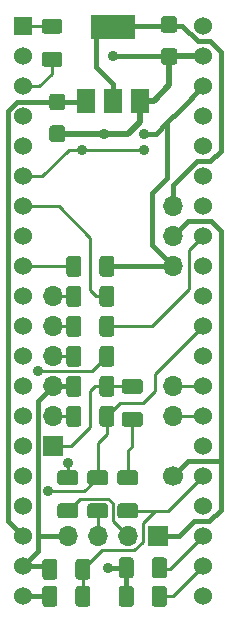
<source format=gbl>
G04 #@! TF.GenerationSoftware,KiCad,Pcbnew,5.1.4*
G04 #@! TF.CreationDate,2019-09-02T18:10:03+03:00*
G04 #@! TF.ProjectId,bluepill_stlink,626c7565-7069-46c6-9c5f-73746c696e6b,rev?*
G04 #@! TF.SameCoordinates,Original*
G04 #@! TF.FileFunction,Copper,L2,Bot*
G04 #@! TF.FilePolarity,Positive*
%FSLAX46Y46*%
G04 Gerber Fmt 4.6, Leading zero omitted, Abs format (unit mm)*
G04 Created by KiCad (PCBNEW 5.1.4) date 2019-09-02 18:10:03*
%MOMM*%
%LPD*%
G04 APERTURE LIST*
%ADD10O,1.700000X1.700000*%
%ADD11C,1.700000*%
%ADD12R,3.800000X2.000000*%
%ADD13R,1.500000X2.000000*%
%ADD14C,0.100000*%
%ADD15C,1.350000*%
%ADD16R,1.700000X1.700000*%
%ADD17C,1.250000*%
%ADD18C,1.524000*%
%ADD19R,1.524000X1.524000*%
%ADD20C,0.900000*%
%ADD21C,0.400000*%
%ADD22C,0.500000*%
%ADD23C,0.250000*%
G04 APERTURE END LIST*
D10*
X38100000Y-45720000D03*
X38100000Y-43180000D03*
X38100000Y-40640000D03*
D11*
X38100000Y-63500000D03*
D12*
X33020000Y-25425000D03*
D13*
X33020000Y-31725000D03*
X30720000Y-31725000D03*
X35320000Y-31725000D03*
D14*
G36*
X38232005Y-27257704D02*
G01*
X38256273Y-27261304D01*
X38280072Y-27267265D01*
X38303171Y-27275530D01*
X38325350Y-27286020D01*
X38346393Y-27298632D01*
X38366099Y-27313247D01*
X38384277Y-27329723D01*
X38400753Y-27347901D01*
X38415368Y-27367607D01*
X38427980Y-27388650D01*
X38438470Y-27410829D01*
X38446735Y-27433928D01*
X38452696Y-27457727D01*
X38456296Y-27481995D01*
X38457500Y-27506499D01*
X38457500Y-28406501D01*
X38456296Y-28431005D01*
X38452696Y-28455273D01*
X38446735Y-28479072D01*
X38438470Y-28502171D01*
X38427980Y-28524350D01*
X38415368Y-28545393D01*
X38400753Y-28565099D01*
X38384277Y-28583277D01*
X38366099Y-28599753D01*
X38346393Y-28614368D01*
X38325350Y-28626980D01*
X38303171Y-28637470D01*
X38280072Y-28645735D01*
X38256273Y-28651696D01*
X38232005Y-28655296D01*
X38207501Y-28656500D01*
X37357499Y-28656500D01*
X37332995Y-28655296D01*
X37308727Y-28651696D01*
X37284928Y-28645735D01*
X37261829Y-28637470D01*
X37239650Y-28626980D01*
X37218607Y-28614368D01*
X37198901Y-28599753D01*
X37180723Y-28583277D01*
X37164247Y-28565099D01*
X37149632Y-28545393D01*
X37137020Y-28524350D01*
X37126530Y-28502171D01*
X37118265Y-28479072D01*
X37112304Y-28455273D01*
X37108704Y-28431005D01*
X37107500Y-28406501D01*
X37107500Y-27506499D01*
X37108704Y-27481995D01*
X37112304Y-27457727D01*
X37118265Y-27433928D01*
X37126530Y-27410829D01*
X37137020Y-27388650D01*
X37149632Y-27367607D01*
X37164247Y-27347901D01*
X37180723Y-27329723D01*
X37198901Y-27313247D01*
X37218607Y-27298632D01*
X37239650Y-27286020D01*
X37261829Y-27275530D01*
X37284928Y-27267265D01*
X37308727Y-27261304D01*
X37332995Y-27257704D01*
X37357499Y-27256500D01*
X38207501Y-27256500D01*
X38232005Y-27257704D01*
X38232005Y-27257704D01*
G37*
D15*
X37782500Y-27956500D03*
D14*
G36*
X38232005Y-24557704D02*
G01*
X38256273Y-24561304D01*
X38280072Y-24567265D01*
X38303171Y-24575530D01*
X38325350Y-24586020D01*
X38346393Y-24598632D01*
X38366099Y-24613247D01*
X38384277Y-24629723D01*
X38400753Y-24647901D01*
X38415368Y-24667607D01*
X38427980Y-24688650D01*
X38438470Y-24710829D01*
X38446735Y-24733928D01*
X38452696Y-24757727D01*
X38456296Y-24781995D01*
X38457500Y-24806499D01*
X38457500Y-25706501D01*
X38456296Y-25731005D01*
X38452696Y-25755273D01*
X38446735Y-25779072D01*
X38438470Y-25802171D01*
X38427980Y-25824350D01*
X38415368Y-25845393D01*
X38400753Y-25865099D01*
X38384277Y-25883277D01*
X38366099Y-25899753D01*
X38346393Y-25914368D01*
X38325350Y-25926980D01*
X38303171Y-25937470D01*
X38280072Y-25945735D01*
X38256273Y-25951696D01*
X38232005Y-25955296D01*
X38207501Y-25956500D01*
X37357499Y-25956500D01*
X37332995Y-25955296D01*
X37308727Y-25951696D01*
X37284928Y-25945735D01*
X37261829Y-25937470D01*
X37239650Y-25926980D01*
X37218607Y-25914368D01*
X37198901Y-25899753D01*
X37180723Y-25883277D01*
X37164247Y-25865099D01*
X37149632Y-25845393D01*
X37137020Y-25824350D01*
X37126530Y-25802171D01*
X37118265Y-25779072D01*
X37112304Y-25755273D01*
X37108704Y-25731005D01*
X37107500Y-25706501D01*
X37107500Y-24806499D01*
X37108704Y-24781995D01*
X37112304Y-24757727D01*
X37118265Y-24733928D01*
X37126530Y-24710829D01*
X37137020Y-24688650D01*
X37149632Y-24667607D01*
X37164247Y-24647901D01*
X37180723Y-24629723D01*
X37198901Y-24613247D01*
X37218607Y-24598632D01*
X37239650Y-24586020D01*
X37261829Y-24575530D01*
X37284928Y-24567265D01*
X37308727Y-24561304D01*
X37332995Y-24557704D01*
X37357499Y-24556500D01*
X38207501Y-24556500D01*
X38232005Y-24557704D01*
X38232005Y-24557704D01*
G37*
D15*
X37782500Y-25256500D03*
D14*
G36*
X28770505Y-33798204D02*
G01*
X28794773Y-33801804D01*
X28818572Y-33807765D01*
X28841671Y-33816030D01*
X28863850Y-33826520D01*
X28884893Y-33839132D01*
X28904599Y-33853747D01*
X28922777Y-33870223D01*
X28939253Y-33888401D01*
X28953868Y-33908107D01*
X28966480Y-33929150D01*
X28976970Y-33951329D01*
X28985235Y-33974428D01*
X28991196Y-33998227D01*
X28994796Y-34022495D01*
X28996000Y-34046999D01*
X28996000Y-34947001D01*
X28994796Y-34971505D01*
X28991196Y-34995773D01*
X28985235Y-35019572D01*
X28976970Y-35042671D01*
X28966480Y-35064850D01*
X28953868Y-35085893D01*
X28939253Y-35105599D01*
X28922777Y-35123777D01*
X28904599Y-35140253D01*
X28884893Y-35154868D01*
X28863850Y-35167480D01*
X28841671Y-35177970D01*
X28818572Y-35186235D01*
X28794773Y-35192196D01*
X28770505Y-35195796D01*
X28746001Y-35197000D01*
X27895999Y-35197000D01*
X27871495Y-35195796D01*
X27847227Y-35192196D01*
X27823428Y-35186235D01*
X27800329Y-35177970D01*
X27778150Y-35167480D01*
X27757107Y-35154868D01*
X27737401Y-35140253D01*
X27719223Y-35123777D01*
X27702747Y-35105599D01*
X27688132Y-35085893D01*
X27675520Y-35064850D01*
X27665030Y-35042671D01*
X27656765Y-35019572D01*
X27650804Y-34995773D01*
X27647204Y-34971505D01*
X27646000Y-34947001D01*
X27646000Y-34046999D01*
X27647204Y-34022495D01*
X27650804Y-33998227D01*
X27656765Y-33974428D01*
X27665030Y-33951329D01*
X27675520Y-33929150D01*
X27688132Y-33908107D01*
X27702747Y-33888401D01*
X27719223Y-33870223D01*
X27737401Y-33853747D01*
X27757107Y-33839132D01*
X27778150Y-33826520D01*
X27800329Y-33816030D01*
X27823428Y-33807765D01*
X27847227Y-33801804D01*
X27871495Y-33798204D01*
X27895999Y-33797000D01*
X28746001Y-33797000D01*
X28770505Y-33798204D01*
X28770505Y-33798204D01*
G37*
D15*
X28321000Y-34497000D03*
D14*
G36*
X28770505Y-31098204D02*
G01*
X28794773Y-31101804D01*
X28818572Y-31107765D01*
X28841671Y-31116030D01*
X28863850Y-31126520D01*
X28884893Y-31139132D01*
X28904599Y-31153747D01*
X28922777Y-31170223D01*
X28939253Y-31188401D01*
X28953868Y-31208107D01*
X28966480Y-31229150D01*
X28976970Y-31251329D01*
X28985235Y-31274428D01*
X28991196Y-31298227D01*
X28994796Y-31322495D01*
X28996000Y-31346999D01*
X28996000Y-32247001D01*
X28994796Y-32271505D01*
X28991196Y-32295773D01*
X28985235Y-32319572D01*
X28976970Y-32342671D01*
X28966480Y-32364850D01*
X28953868Y-32385893D01*
X28939253Y-32405599D01*
X28922777Y-32423777D01*
X28904599Y-32440253D01*
X28884893Y-32454868D01*
X28863850Y-32467480D01*
X28841671Y-32477970D01*
X28818572Y-32486235D01*
X28794773Y-32492196D01*
X28770505Y-32495796D01*
X28746001Y-32497000D01*
X27895999Y-32497000D01*
X27871495Y-32495796D01*
X27847227Y-32492196D01*
X27823428Y-32486235D01*
X27800329Y-32477970D01*
X27778150Y-32467480D01*
X27757107Y-32454868D01*
X27737401Y-32440253D01*
X27719223Y-32423777D01*
X27702747Y-32405599D01*
X27688132Y-32385893D01*
X27675520Y-32364850D01*
X27665030Y-32342671D01*
X27656765Y-32319572D01*
X27650804Y-32295773D01*
X27647204Y-32271505D01*
X27646000Y-32247001D01*
X27646000Y-31346999D01*
X27647204Y-31322495D01*
X27650804Y-31298227D01*
X27656765Y-31274428D01*
X27665030Y-31251329D01*
X27675520Y-31229150D01*
X27688132Y-31208107D01*
X27702747Y-31188401D01*
X27719223Y-31170223D01*
X27737401Y-31153747D01*
X27757107Y-31139132D01*
X27778150Y-31126520D01*
X27800329Y-31116030D01*
X27823428Y-31107765D01*
X27847227Y-31101804D01*
X27871495Y-31098204D01*
X27895999Y-31097000D01*
X28746001Y-31097000D01*
X28770505Y-31098204D01*
X28770505Y-31098204D01*
G37*
D15*
X28321000Y-31797000D03*
D10*
X29210000Y-68580000D03*
X31750000Y-68580000D03*
X34290000Y-68580000D03*
D16*
X36830000Y-68580000D03*
D10*
X27940000Y-48260000D03*
X27940000Y-50800000D03*
X27940000Y-53340000D03*
X27940000Y-55880000D03*
X27940000Y-58420000D03*
D16*
X27940000Y-60960000D03*
D14*
G36*
X34939504Y-65800204D02*
G01*
X34963773Y-65803804D01*
X34987571Y-65809765D01*
X35010671Y-65818030D01*
X35032849Y-65828520D01*
X35053893Y-65841133D01*
X35073598Y-65855747D01*
X35091777Y-65872223D01*
X35108253Y-65890402D01*
X35122867Y-65910107D01*
X35135480Y-65931151D01*
X35145970Y-65953329D01*
X35154235Y-65976429D01*
X35160196Y-66000227D01*
X35163796Y-66024496D01*
X35165000Y-66049000D01*
X35165000Y-66799000D01*
X35163796Y-66823504D01*
X35160196Y-66847773D01*
X35154235Y-66871571D01*
X35145970Y-66894671D01*
X35135480Y-66916849D01*
X35122867Y-66937893D01*
X35108253Y-66957598D01*
X35091777Y-66975777D01*
X35073598Y-66992253D01*
X35053893Y-67006867D01*
X35032849Y-67019480D01*
X35010671Y-67029970D01*
X34987571Y-67038235D01*
X34963773Y-67044196D01*
X34939504Y-67047796D01*
X34915000Y-67049000D01*
X33665000Y-67049000D01*
X33640496Y-67047796D01*
X33616227Y-67044196D01*
X33592429Y-67038235D01*
X33569329Y-67029970D01*
X33547151Y-67019480D01*
X33526107Y-67006867D01*
X33506402Y-66992253D01*
X33488223Y-66975777D01*
X33471747Y-66957598D01*
X33457133Y-66937893D01*
X33444520Y-66916849D01*
X33434030Y-66894671D01*
X33425765Y-66871571D01*
X33419804Y-66847773D01*
X33416204Y-66823504D01*
X33415000Y-66799000D01*
X33415000Y-66049000D01*
X33416204Y-66024496D01*
X33419804Y-66000227D01*
X33425765Y-65976429D01*
X33434030Y-65953329D01*
X33444520Y-65931151D01*
X33457133Y-65910107D01*
X33471747Y-65890402D01*
X33488223Y-65872223D01*
X33506402Y-65855747D01*
X33526107Y-65841133D01*
X33547151Y-65828520D01*
X33569329Y-65818030D01*
X33592429Y-65809765D01*
X33616227Y-65803804D01*
X33640496Y-65800204D01*
X33665000Y-65799000D01*
X34915000Y-65799000D01*
X34939504Y-65800204D01*
X34939504Y-65800204D01*
G37*
D17*
X34290000Y-66424000D03*
D14*
G36*
X34939504Y-63000204D02*
G01*
X34963773Y-63003804D01*
X34987571Y-63009765D01*
X35010671Y-63018030D01*
X35032849Y-63028520D01*
X35053893Y-63041133D01*
X35073598Y-63055747D01*
X35091777Y-63072223D01*
X35108253Y-63090402D01*
X35122867Y-63110107D01*
X35135480Y-63131151D01*
X35145970Y-63153329D01*
X35154235Y-63176429D01*
X35160196Y-63200227D01*
X35163796Y-63224496D01*
X35165000Y-63249000D01*
X35165000Y-63999000D01*
X35163796Y-64023504D01*
X35160196Y-64047773D01*
X35154235Y-64071571D01*
X35145970Y-64094671D01*
X35135480Y-64116849D01*
X35122867Y-64137893D01*
X35108253Y-64157598D01*
X35091777Y-64175777D01*
X35073598Y-64192253D01*
X35053893Y-64206867D01*
X35032849Y-64219480D01*
X35010671Y-64229970D01*
X34987571Y-64238235D01*
X34963773Y-64244196D01*
X34939504Y-64247796D01*
X34915000Y-64249000D01*
X33665000Y-64249000D01*
X33640496Y-64247796D01*
X33616227Y-64244196D01*
X33592429Y-64238235D01*
X33569329Y-64229970D01*
X33547151Y-64219480D01*
X33526107Y-64206867D01*
X33506402Y-64192253D01*
X33488223Y-64175777D01*
X33471747Y-64157598D01*
X33457133Y-64137893D01*
X33444520Y-64116849D01*
X33434030Y-64094671D01*
X33425765Y-64071571D01*
X33419804Y-64047773D01*
X33416204Y-64023504D01*
X33415000Y-63999000D01*
X33415000Y-63249000D01*
X33416204Y-63224496D01*
X33419804Y-63200227D01*
X33425765Y-63176429D01*
X33434030Y-63153329D01*
X33444520Y-63131151D01*
X33457133Y-63110107D01*
X33471747Y-63090402D01*
X33488223Y-63072223D01*
X33506402Y-63055747D01*
X33526107Y-63041133D01*
X33547151Y-63028520D01*
X33569329Y-63018030D01*
X33592429Y-63009765D01*
X33616227Y-63003804D01*
X33640496Y-63000204D01*
X33665000Y-62999000D01*
X34915000Y-62999000D01*
X34939504Y-63000204D01*
X34939504Y-63000204D01*
G37*
D17*
X34290000Y-63624000D03*
D10*
X38100000Y-55880000D03*
X38100000Y-58420000D03*
D14*
G36*
X35320504Y-58053204D02*
G01*
X35344773Y-58056804D01*
X35368571Y-58062765D01*
X35391671Y-58071030D01*
X35413849Y-58081520D01*
X35434893Y-58094133D01*
X35454598Y-58108747D01*
X35472777Y-58125223D01*
X35489253Y-58143402D01*
X35503867Y-58163107D01*
X35516480Y-58184151D01*
X35526970Y-58206329D01*
X35535235Y-58229429D01*
X35541196Y-58253227D01*
X35544796Y-58277496D01*
X35546000Y-58302000D01*
X35546000Y-59052000D01*
X35544796Y-59076504D01*
X35541196Y-59100773D01*
X35535235Y-59124571D01*
X35526970Y-59147671D01*
X35516480Y-59169849D01*
X35503867Y-59190893D01*
X35489253Y-59210598D01*
X35472777Y-59228777D01*
X35454598Y-59245253D01*
X35434893Y-59259867D01*
X35413849Y-59272480D01*
X35391671Y-59282970D01*
X35368571Y-59291235D01*
X35344773Y-59297196D01*
X35320504Y-59300796D01*
X35296000Y-59302000D01*
X34046000Y-59302000D01*
X34021496Y-59300796D01*
X33997227Y-59297196D01*
X33973429Y-59291235D01*
X33950329Y-59282970D01*
X33928151Y-59272480D01*
X33907107Y-59259867D01*
X33887402Y-59245253D01*
X33869223Y-59228777D01*
X33852747Y-59210598D01*
X33838133Y-59190893D01*
X33825520Y-59169849D01*
X33815030Y-59147671D01*
X33806765Y-59124571D01*
X33800804Y-59100773D01*
X33797204Y-59076504D01*
X33796000Y-59052000D01*
X33796000Y-58302000D01*
X33797204Y-58277496D01*
X33800804Y-58253227D01*
X33806765Y-58229429D01*
X33815030Y-58206329D01*
X33825520Y-58184151D01*
X33838133Y-58163107D01*
X33852747Y-58143402D01*
X33869223Y-58125223D01*
X33887402Y-58108747D01*
X33907107Y-58094133D01*
X33928151Y-58081520D01*
X33950329Y-58071030D01*
X33973429Y-58062765D01*
X33997227Y-58056804D01*
X34021496Y-58053204D01*
X34046000Y-58052000D01*
X35296000Y-58052000D01*
X35320504Y-58053204D01*
X35320504Y-58053204D01*
G37*
D17*
X34671000Y-58677000D03*
D14*
G36*
X35320504Y-55253204D02*
G01*
X35344773Y-55256804D01*
X35368571Y-55262765D01*
X35391671Y-55271030D01*
X35413849Y-55281520D01*
X35434893Y-55294133D01*
X35454598Y-55308747D01*
X35472777Y-55325223D01*
X35489253Y-55343402D01*
X35503867Y-55363107D01*
X35516480Y-55384151D01*
X35526970Y-55406329D01*
X35535235Y-55429429D01*
X35541196Y-55453227D01*
X35544796Y-55477496D01*
X35546000Y-55502000D01*
X35546000Y-56252000D01*
X35544796Y-56276504D01*
X35541196Y-56300773D01*
X35535235Y-56324571D01*
X35526970Y-56347671D01*
X35516480Y-56369849D01*
X35503867Y-56390893D01*
X35489253Y-56410598D01*
X35472777Y-56428777D01*
X35454598Y-56445253D01*
X35434893Y-56459867D01*
X35413849Y-56472480D01*
X35391671Y-56482970D01*
X35368571Y-56491235D01*
X35344773Y-56497196D01*
X35320504Y-56500796D01*
X35296000Y-56502000D01*
X34046000Y-56502000D01*
X34021496Y-56500796D01*
X33997227Y-56497196D01*
X33973429Y-56491235D01*
X33950329Y-56482970D01*
X33928151Y-56472480D01*
X33907107Y-56459867D01*
X33887402Y-56445253D01*
X33869223Y-56428777D01*
X33852747Y-56410598D01*
X33838133Y-56390893D01*
X33825520Y-56369849D01*
X33815030Y-56347671D01*
X33806765Y-56324571D01*
X33800804Y-56300773D01*
X33797204Y-56276504D01*
X33796000Y-56252000D01*
X33796000Y-55502000D01*
X33797204Y-55477496D01*
X33800804Y-55453227D01*
X33806765Y-55429429D01*
X33815030Y-55406329D01*
X33825520Y-55384151D01*
X33838133Y-55363107D01*
X33852747Y-55343402D01*
X33869223Y-55325223D01*
X33887402Y-55308747D01*
X33907107Y-55294133D01*
X33928151Y-55281520D01*
X33950329Y-55271030D01*
X33973429Y-55262765D01*
X33997227Y-55256804D01*
X34021496Y-55253204D01*
X34046000Y-55252000D01*
X35296000Y-55252000D01*
X35320504Y-55253204D01*
X35320504Y-55253204D01*
G37*
D17*
X34671000Y-55877000D03*
D18*
X40640000Y-25400000D03*
X40640000Y-27940000D03*
X40640000Y-30480000D03*
X40640000Y-33020000D03*
X40640000Y-35560000D03*
X40640000Y-38100000D03*
X40640000Y-40640000D03*
X40640000Y-43180000D03*
X40640000Y-45720000D03*
X40640000Y-48260000D03*
X40640000Y-50800000D03*
X40640000Y-53340000D03*
X40640000Y-55880000D03*
X40640000Y-58420000D03*
X40640000Y-60960000D03*
X40640000Y-63500000D03*
X40640000Y-66040000D03*
X40640000Y-68580000D03*
X40640000Y-71120000D03*
X40640000Y-73660000D03*
X25400000Y-73660000D03*
X25400000Y-71120000D03*
X25400000Y-68580000D03*
X25400000Y-66040000D03*
X25400000Y-63500000D03*
X25400000Y-60960000D03*
X25400000Y-58420000D03*
X25400000Y-55880000D03*
X25400000Y-53340000D03*
X25400000Y-50800000D03*
X25400000Y-48260000D03*
X25400000Y-45720000D03*
X25400000Y-43180000D03*
X25400000Y-40640000D03*
X25400000Y-38100000D03*
X25400000Y-35560000D03*
X25400000Y-33020000D03*
X25400000Y-30480000D03*
X25400000Y-27940000D03*
D19*
X25400000Y-25400000D03*
D14*
G36*
X32914504Y-44846204D02*
G01*
X32938773Y-44849804D01*
X32962571Y-44855765D01*
X32985671Y-44864030D01*
X33007849Y-44874520D01*
X33028893Y-44887133D01*
X33048598Y-44901747D01*
X33066777Y-44918223D01*
X33083253Y-44936402D01*
X33097867Y-44956107D01*
X33110480Y-44977151D01*
X33120970Y-44999329D01*
X33129235Y-45022429D01*
X33135196Y-45046227D01*
X33138796Y-45070496D01*
X33140000Y-45095000D01*
X33140000Y-46345000D01*
X33138796Y-46369504D01*
X33135196Y-46393773D01*
X33129235Y-46417571D01*
X33120970Y-46440671D01*
X33110480Y-46462849D01*
X33097867Y-46483893D01*
X33083253Y-46503598D01*
X33066777Y-46521777D01*
X33048598Y-46538253D01*
X33028893Y-46552867D01*
X33007849Y-46565480D01*
X32985671Y-46575970D01*
X32962571Y-46584235D01*
X32938773Y-46590196D01*
X32914504Y-46593796D01*
X32890000Y-46595000D01*
X32140000Y-46595000D01*
X32115496Y-46593796D01*
X32091227Y-46590196D01*
X32067429Y-46584235D01*
X32044329Y-46575970D01*
X32022151Y-46565480D01*
X32001107Y-46552867D01*
X31981402Y-46538253D01*
X31963223Y-46521777D01*
X31946747Y-46503598D01*
X31932133Y-46483893D01*
X31919520Y-46462849D01*
X31909030Y-46440671D01*
X31900765Y-46417571D01*
X31894804Y-46393773D01*
X31891204Y-46369504D01*
X31890000Y-46345000D01*
X31890000Y-45095000D01*
X31891204Y-45070496D01*
X31894804Y-45046227D01*
X31900765Y-45022429D01*
X31909030Y-44999329D01*
X31919520Y-44977151D01*
X31932133Y-44956107D01*
X31946747Y-44936402D01*
X31963223Y-44918223D01*
X31981402Y-44901747D01*
X32001107Y-44887133D01*
X32022151Y-44874520D01*
X32044329Y-44864030D01*
X32067429Y-44855765D01*
X32091227Y-44849804D01*
X32115496Y-44846204D01*
X32140000Y-44845000D01*
X32890000Y-44845000D01*
X32914504Y-44846204D01*
X32914504Y-44846204D01*
G37*
D17*
X32515000Y-45720000D03*
D14*
G36*
X30114504Y-44846204D02*
G01*
X30138773Y-44849804D01*
X30162571Y-44855765D01*
X30185671Y-44864030D01*
X30207849Y-44874520D01*
X30228893Y-44887133D01*
X30248598Y-44901747D01*
X30266777Y-44918223D01*
X30283253Y-44936402D01*
X30297867Y-44956107D01*
X30310480Y-44977151D01*
X30320970Y-44999329D01*
X30329235Y-45022429D01*
X30335196Y-45046227D01*
X30338796Y-45070496D01*
X30340000Y-45095000D01*
X30340000Y-46345000D01*
X30338796Y-46369504D01*
X30335196Y-46393773D01*
X30329235Y-46417571D01*
X30320970Y-46440671D01*
X30310480Y-46462849D01*
X30297867Y-46483893D01*
X30283253Y-46503598D01*
X30266777Y-46521777D01*
X30248598Y-46538253D01*
X30228893Y-46552867D01*
X30207849Y-46565480D01*
X30185671Y-46575970D01*
X30162571Y-46584235D01*
X30138773Y-46590196D01*
X30114504Y-46593796D01*
X30090000Y-46595000D01*
X29340000Y-46595000D01*
X29315496Y-46593796D01*
X29291227Y-46590196D01*
X29267429Y-46584235D01*
X29244329Y-46575970D01*
X29222151Y-46565480D01*
X29201107Y-46552867D01*
X29181402Y-46538253D01*
X29163223Y-46521777D01*
X29146747Y-46503598D01*
X29132133Y-46483893D01*
X29119520Y-46462849D01*
X29109030Y-46440671D01*
X29100765Y-46417571D01*
X29094804Y-46393773D01*
X29091204Y-46369504D01*
X29090000Y-46345000D01*
X29090000Y-45095000D01*
X29091204Y-45070496D01*
X29094804Y-45046227D01*
X29100765Y-45022429D01*
X29109030Y-44999329D01*
X29119520Y-44977151D01*
X29132133Y-44956107D01*
X29146747Y-44936402D01*
X29163223Y-44918223D01*
X29181402Y-44901747D01*
X29201107Y-44887133D01*
X29222151Y-44874520D01*
X29244329Y-44864030D01*
X29267429Y-44855765D01*
X29291227Y-44849804D01*
X29315496Y-44846204D01*
X29340000Y-44845000D01*
X30090000Y-44845000D01*
X30114504Y-44846204D01*
X30114504Y-44846204D01*
G37*
D17*
X29715000Y-45720000D03*
D14*
G36*
X28526004Y-24773204D02*
G01*
X28550273Y-24776804D01*
X28574071Y-24782765D01*
X28597171Y-24791030D01*
X28619349Y-24801520D01*
X28640393Y-24814133D01*
X28660098Y-24828747D01*
X28678277Y-24845223D01*
X28694753Y-24863402D01*
X28709367Y-24883107D01*
X28721980Y-24904151D01*
X28732470Y-24926329D01*
X28740735Y-24949429D01*
X28746696Y-24973227D01*
X28750296Y-24997496D01*
X28751500Y-25022000D01*
X28751500Y-25772000D01*
X28750296Y-25796504D01*
X28746696Y-25820773D01*
X28740735Y-25844571D01*
X28732470Y-25867671D01*
X28721980Y-25889849D01*
X28709367Y-25910893D01*
X28694753Y-25930598D01*
X28678277Y-25948777D01*
X28660098Y-25965253D01*
X28640393Y-25979867D01*
X28619349Y-25992480D01*
X28597171Y-26002970D01*
X28574071Y-26011235D01*
X28550273Y-26017196D01*
X28526004Y-26020796D01*
X28501500Y-26022000D01*
X27251500Y-26022000D01*
X27226996Y-26020796D01*
X27202727Y-26017196D01*
X27178929Y-26011235D01*
X27155829Y-26002970D01*
X27133651Y-25992480D01*
X27112607Y-25979867D01*
X27092902Y-25965253D01*
X27074723Y-25948777D01*
X27058247Y-25930598D01*
X27043633Y-25910893D01*
X27031020Y-25889849D01*
X27020530Y-25867671D01*
X27012265Y-25844571D01*
X27006304Y-25820773D01*
X27002704Y-25796504D01*
X27001500Y-25772000D01*
X27001500Y-25022000D01*
X27002704Y-24997496D01*
X27006304Y-24973227D01*
X27012265Y-24949429D01*
X27020530Y-24926329D01*
X27031020Y-24904151D01*
X27043633Y-24883107D01*
X27058247Y-24863402D01*
X27074723Y-24845223D01*
X27092902Y-24828747D01*
X27112607Y-24814133D01*
X27133651Y-24801520D01*
X27155829Y-24791030D01*
X27178929Y-24782765D01*
X27202727Y-24776804D01*
X27226996Y-24773204D01*
X27251500Y-24772000D01*
X28501500Y-24772000D01*
X28526004Y-24773204D01*
X28526004Y-24773204D01*
G37*
D17*
X27876500Y-25397000D03*
D14*
G36*
X28526004Y-27573204D02*
G01*
X28550273Y-27576804D01*
X28574071Y-27582765D01*
X28597171Y-27591030D01*
X28619349Y-27601520D01*
X28640393Y-27614133D01*
X28660098Y-27628747D01*
X28678277Y-27645223D01*
X28694753Y-27663402D01*
X28709367Y-27683107D01*
X28721980Y-27704151D01*
X28732470Y-27726329D01*
X28740735Y-27749429D01*
X28746696Y-27773227D01*
X28750296Y-27797496D01*
X28751500Y-27822000D01*
X28751500Y-28572000D01*
X28750296Y-28596504D01*
X28746696Y-28620773D01*
X28740735Y-28644571D01*
X28732470Y-28667671D01*
X28721980Y-28689849D01*
X28709367Y-28710893D01*
X28694753Y-28730598D01*
X28678277Y-28748777D01*
X28660098Y-28765253D01*
X28640393Y-28779867D01*
X28619349Y-28792480D01*
X28597171Y-28802970D01*
X28574071Y-28811235D01*
X28550273Y-28817196D01*
X28526004Y-28820796D01*
X28501500Y-28822000D01*
X27251500Y-28822000D01*
X27226996Y-28820796D01*
X27202727Y-28817196D01*
X27178929Y-28811235D01*
X27155829Y-28802970D01*
X27133651Y-28792480D01*
X27112607Y-28779867D01*
X27092902Y-28765253D01*
X27074723Y-28748777D01*
X27058247Y-28730598D01*
X27043633Y-28710893D01*
X27031020Y-28689849D01*
X27020530Y-28667671D01*
X27012265Y-28644571D01*
X27006304Y-28620773D01*
X27002704Y-28596504D01*
X27001500Y-28572000D01*
X27001500Y-27822000D01*
X27002704Y-27797496D01*
X27006304Y-27773227D01*
X27012265Y-27749429D01*
X27020530Y-27726329D01*
X27031020Y-27704151D01*
X27043633Y-27683107D01*
X27058247Y-27663402D01*
X27074723Y-27645223D01*
X27092902Y-27628747D01*
X27112607Y-27614133D01*
X27133651Y-27601520D01*
X27155829Y-27591030D01*
X27178929Y-27582765D01*
X27202727Y-27576804D01*
X27226996Y-27573204D01*
X27251500Y-27572000D01*
X28501500Y-27572000D01*
X28526004Y-27573204D01*
X28526004Y-27573204D01*
G37*
D17*
X27876500Y-28197000D03*
D14*
G36*
X34559504Y-72786204D02*
G01*
X34583773Y-72789804D01*
X34607571Y-72795765D01*
X34630671Y-72804030D01*
X34652849Y-72814520D01*
X34673893Y-72827133D01*
X34693598Y-72841747D01*
X34711777Y-72858223D01*
X34728253Y-72876402D01*
X34742867Y-72896107D01*
X34755480Y-72917151D01*
X34765970Y-72939329D01*
X34774235Y-72962429D01*
X34780196Y-72986227D01*
X34783796Y-73010496D01*
X34785000Y-73035000D01*
X34785000Y-74285000D01*
X34783796Y-74309504D01*
X34780196Y-74333773D01*
X34774235Y-74357571D01*
X34765970Y-74380671D01*
X34755480Y-74402849D01*
X34742867Y-74423893D01*
X34728253Y-74443598D01*
X34711777Y-74461777D01*
X34693598Y-74478253D01*
X34673893Y-74492867D01*
X34652849Y-74505480D01*
X34630671Y-74515970D01*
X34607571Y-74524235D01*
X34583773Y-74530196D01*
X34559504Y-74533796D01*
X34535000Y-74535000D01*
X33785000Y-74535000D01*
X33760496Y-74533796D01*
X33736227Y-74530196D01*
X33712429Y-74524235D01*
X33689329Y-74515970D01*
X33667151Y-74505480D01*
X33646107Y-74492867D01*
X33626402Y-74478253D01*
X33608223Y-74461777D01*
X33591747Y-74443598D01*
X33577133Y-74423893D01*
X33564520Y-74402849D01*
X33554030Y-74380671D01*
X33545765Y-74357571D01*
X33539804Y-74333773D01*
X33536204Y-74309504D01*
X33535000Y-74285000D01*
X33535000Y-73035000D01*
X33536204Y-73010496D01*
X33539804Y-72986227D01*
X33545765Y-72962429D01*
X33554030Y-72939329D01*
X33564520Y-72917151D01*
X33577133Y-72896107D01*
X33591747Y-72876402D01*
X33608223Y-72858223D01*
X33626402Y-72841747D01*
X33646107Y-72827133D01*
X33667151Y-72814520D01*
X33689329Y-72804030D01*
X33712429Y-72795765D01*
X33736227Y-72789804D01*
X33760496Y-72786204D01*
X33785000Y-72785000D01*
X34535000Y-72785000D01*
X34559504Y-72786204D01*
X34559504Y-72786204D01*
G37*
D17*
X34160000Y-73660000D03*
D14*
G36*
X37359504Y-72786204D02*
G01*
X37383773Y-72789804D01*
X37407571Y-72795765D01*
X37430671Y-72804030D01*
X37452849Y-72814520D01*
X37473893Y-72827133D01*
X37493598Y-72841747D01*
X37511777Y-72858223D01*
X37528253Y-72876402D01*
X37542867Y-72896107D01*
X37555480Y-72917151D01*
X37565970Y-72939329D01*
X37574235Y-72962429D01*
X37580196Y-72986227D01*
X37583796Y-73010496D01*
X37585000Y-73035000D01*
X37585000Y-74285000D01*
X37583796Y-74309504D01*
X37580196Y-74333773D01*
X37574235Y-74357571D01*
X37565970Y-74380671D01*
X37555480Y-74402849D01*
X37542867Y-74423893D01*
X37528253Y-74443598D01*
X37511777Y-74461777D01*
X37493598Y-74478253D01*
X37473893Y-74492867D01*
X37452849Y-74505480D01*
X37430671Y-74515970D01*
X37407571Y-74524235D01*
X37383773Y-74530196D01*
X37359504Y-74533796D01*
X37335000Y-74535000D01*
X36585000Y-74535000D01*
X36560496Y-74533796D01*
X36536227Y-74530196D01*
X36512429Y-74524235D01*
X36489329Y-74515970D01*
X36467151Y-74505480D01*
X36446107Y-74492867D01*
X36426402Y-74478253D01*
X36408223Y-74461777D01*
X36391747Y-74443598D01*
X36377133Y-74423893D01*
X36364520Y-74402849D01*
X36354030Y-74380671D01*
X36345765Y-74357571D01*
X36339804Y-74333773D01*
X36336204Y-74309504D01*
X36335000Y-74285000D01*
X36335000Y-73035000D01*
X36336204Y-73010496D01*
X36339804Y-72986227D01*
X36345765Y-72962429D01*
X36354030Y-72939329D01*
X36364520Y-72917151D01*
X36377133Y-72896107D01*
X36391747Y-72876402D01*
X36408223Y-72858223D01*
X36426402Y-72841747D01*
X36446107Y-72827133D01*
X36467151Y-72814520D01*
X36489329Y-72804030D01*
X36512429Y-72795765D01*
X36536227Y-72789804D01*
X36560496Y-72786204D01*
X36585000Y-72785000D01*
X37335000Y-72785000D01*
X37359504Y-72786204D01*
X37359504Y-72786204D01*
G37*
D17*
X36960000Y-73660000D03*
D14*
G36*
X37362504Y-70373204D02*
G01*
X37386773Y-70376804D01*
X37410571Y-70382765D01*
X37433671Y-70391030D01*
X37455849Y-70401520D01*
X37476893Y-70414133D01*
X37496598Y-70428747D01*
X37514777Y-70445223D01*
X37531253Y-70463402D01*
X37545867Y-70483107D01*
X37558480Y-70504151D01*
X37568970Y-70526329D01*
X37577235Y-70549429D01*
X37583196Y-70573227D01*
X37586796Y-70597496D01*
X37588000Y-70622000D01*
X37588000Y-71872000D01*
X37586796Y-71896504D01*
X37583196Y-71920773D01*
X37577235Y-71944571D01*
X37568970Y-71967671D01*
X37558480Y-71989849D01*
X37545867Y-72010893D01*
X37531253Y-72030598D01*
X37514777Y-72048777D01*
X37496598Y-72065253D01*
X37476893Y-72079867D01*
X37455849Y-72092480D01*
X37433671Y-72102970D01*
X37410571Y-72111235D01*
X37386773Y-72117196D01*
X37362504Y-72120796D01*
X37338000Y-72122000D01*
X36588000Y-72122000D01*
X36563496Y-72120796D01*
X36539227Y-72117196D01*
X36515429Y-72111235D01*
X36492329Y-72102970D01*
X36470151Y-72092480D01*
X36449107Y-72079867D01*
X36429402Y-72065253D01*
X36411223Y-72048777D01*
X36394747Y-72030598D01*
X36380133Y-72010893D01*
X36367520Y-71989849D01*
X36357030Y-71967671D01*
X36348765Y-71944571D01*
X36342804Y-71920773D01*
X36339204Y-71896504D01*
X36338000Y-71872000D01*
X36338000Y-70622000D01*
X36339204Y-70597496D01*
X36342804Y-70573227D01*
X36348765Y-70549429D01*
X36357030Y-70526329D01*
X36367520Y-70504151D01*
X36380133Y-70483107D01*
X36394747Y-70463402D01*
X36411223Y-70445223D01*
X36429402Y-70428747D01*
X36449107Y-70414133D01*
X36470151Y-70401520D01*
X36492329Y-70391030D01*
X36515429Y-70382765D01*
X36539227Y-70376804D01*
X36563496Y-70373204D01*
X36588000Y-70372000D01*
X37338000Y-70372000D01*
X37362504Y-70373204D01*
X37362504Y-70373204D01*
G37*
D17*
X36963000Y-71247000D03*
D14*
G36*
X34562504Y-70373204D02*
G01*
X34586773Y-70376804D01*
X34610571Y-70382765D01*
X34633671Y-70391030D01*
X34655849Y-70401520D01*
X34676893Y-70414133D01*
X34696598Y-70428747D01*
X34714777Y-70445223D01*
X34731253Y-70463402D01*
X34745867Y-70483107D01*
X34758480Y-70504151D01*
X34768970Y-70526329D01*
X34777235Y-70549429D01*
X34783196Y-70573227D01*
X34786796Y-70597496D01*
X34788000Y-70622000D01*
X34788000Y-71872000D01*
X34786796Y-71896504D01*
X34783196Y-71920773D01*
X34777235Y-71944571D01*
X34768970Y-71967671D01*
X34758480Y-71989849D01*
X34745867Y-72010893D01*
X34731253Y-72030598D01*
X34714777Y-72048777D01*
X34696598Y-72065253D01*
X34676893Y-72079867D01*
X34655849Y-72092480D01*
X34633671Y-72102970D01*
X34610571Y-72111235D01*
X34586773Y-72117196D01*
X34562504Y-72120796D01*
X34538000Y-72122000D01*
X33788000Y-72122000D01*
X33763496Y-72120796D01*
X33739227Y-72117196D01*
X33715429Y-72111235D01*
X33692329Y-72102970D01*
X33670151Y-72092480D01*
X33649107Y-72079867D01*
X33629402Y-72065253D01*
X33611223Y-72048777D01*
X33594747Y-72030598D01*
X33580133Y-72010893D01*
X33567520Y-71989849D01*
X33557030Y-71967671D01*
X33548765Y-71944571D01*
X33542804Y-71920773D01*
X33539204Y-71896504D01*
X33538000Y-71872000D01*
X33538000Y-70622000D01*
X33539204Y-70597496D01*
X33542804Y-70573227D01*
X33548765Y-70549429D01*
X33557030Y-70526329D01*
X33567520Y-70504151D01*
X33580133Y-70483107D01*
X33594747Y-70463402D01*
X33611223Y-70445223D01*
X33629402Y-70428747D01*
X33649107Y-70414133D01*
X33670151Y-70401520D01*
X33692329Y-70391030D01*
X33715429Y-70382765D01*
X33739227Y-70376804D01*
X33763496Y-70373204D01*
X33788000Y-70372000D01*
X34538000Y-70372000D01*
X34562504Y-70373204D01*
X34562504Y-70373204D01*
G37*
D17*
X34163000Y-71247000D03*
D14*
G36*
X30882504Y-72786204D02*
G01*
X30906773Y-72789804D01*
X30930571Y-72795765D01*
X30953671Y-72804030D01*
X30975849Y-72814520D01*
X30996893Y-72827133D01*
X31016598Y-72841747D01*
X31034777Y-72858223D01*
X31051253Y-72876402D01*
X31065867Y-72896107D01*
X31078480Y-72917151D01*
X31088970Y-72939329D01*
X31097235Y-72962429D01*
X31103196Y-72986227D01*
X31106796Y-73010496D01*
X31108000Y-73035000D01*
X31108000Y-74285000D01*
X31106796Y-74309504D01*
X31103196Y-74333773D01*
X31097235Y-74357571D01*
X31088970Y-74380671D01*
X31078480Y-74402849D01*
X31065867Y-74423893D01*
X31051253Y-74443598D01*
X31034777Y-74461777D01*
X31016598Y-74478253D01*
X30996893Y-74492867D01*
X30975849Y-74505480D01*
X30953671Y-74515970D01*
X30930571Y-74524235D01*
X30906773Y-74530196D01*
X30882504Y-74533796D01*
X30858000Y-74535000D01*
X30108000Y-74535000D01*
X30083496Y-74533796D01*
X30059227Y-74530196D01*
X30035429Y-74524235D01*
X30012329Y-74515970D01*
X29990151Y-74505480D01*
X29969107Y-74492867D01*
X29949402Y-74478253D01*
X29931223Y-74461777D01*
X29914747Y-74443598D01*
X29900133Y-74423893D01*
X29887520Y-74402849D01*
X29877030Y-74380671D01*
X29868765Y-74357571D01*
X29862804Y-74333773D01*
X29859204Y-74309504D01*
X29858000Y-74285000D01*
X29858000Y-73035000D01*
X29859204Y-73010496D01*
X29862804Y-72986227D01*
X29868765Y-72962429D01*
X29877030Y-72939329D01*
X29887520Y-72917151D01*
X29900133Y-72896107D01*
X29914747Y-72876402D01*
X29931223Y-72858223D01*
X29949402Y-72841747D01*
X29969107Y-72827133D01*
X29990151Y-72814520D01*
X30012329Y-72804030D01*
X30035429Y-72795765D01*
X30059227Y-72789804D01*
X30083496Y-72786204D01*
X30108000Y-72785000D01*
X30858000Y-72785000D01*
X30882504Y-72786204D01*
X30882504Y-72786204D01*
G37*
D17*
X30483000Y-73660000D03*
D14*
G36*
X28082504Y-72786204D02*
G01*
X28106773Y-72789804D01*
X28130571Y-72795765D01*
X28153671Y-72804030D01*
X28175849Y-72814520D01*
X28196893Y-72827133D01*
X28216598Y-72841747D01*
X28234777Y-72858223D01*
X28251253Y-72876402D01*
X28265867Y-72896107D01*
X28278480Y-72917151D01*
X28288970Y-72939329D01*
X28297235Y-72962429D01*
X28303196Y-72986227D01*
X28306796Y-73010496D01*
X28308000Y-73035000D01*
X28308000Y-74285000D01*
X28306796Y-74309504D01*
X28303196Y-74333773D01*
X28297235Y-74357571D01*
X28288970Y-74380671D01*
X28278480Y-74402849D01*
X28265867Y-74423893D01*
X28251253Y-74443598D01*
X28234777Y-74461777D01*
X28216598Y-74478253D01*
X28196893Y-74492867D01*
X28175849Y-74505480D01*
X28153671Y-74515970D01*
X28130571Y-74524235D01*
X28106773Y-74530196D01*
X28082504Y-74533796D01*
X28058000Y-74535000D01*
X27308000Y-74535000D01*
X27283496Y-74533796D01*
X27259227Y-74530196D01*
X27235429Y-74524235D01*
X27212329Y-74515970D01*
X27190151Y-74505480D01*
X27169107Y-74492867D01*
X27149402Y-74478253D01*
X27131223Y-74461777D01*
X27114747Y-74443598D01*
X27100133Y-74423893D01*
X27087520Y-74402849D01*
X27077030Y-74380671D01*
X27068765Y-74357571D01*
X27062804Y-74333773D01*
X27059204Y-74309504D01*
X27058000Y-74285000D01*
X27058000Y-73035000D01*
X27059204Y-73010496D01*
X27062804Y-72986227D01*
X27068765Y-72962429D01*
X27077030Y-72939329D01*
X27087520Y-72917151D01*
X27100133Y-72896107D01*
X27114747Y-72876402D01*
X27131223Y-72858223D01*
X27149402Y-72841747D01*
X27169107Y-72827133D01*
X27190151Y-72814520D01*
X27212329Y-72804030D01*
X27235429Y-72795765D01*
X27259227Y-72789804D01*
X27283496Y-72786204D01*
X27308000Y-72785000D01*
X28058000Y-72785000D01*
X28082504Y-72786204D01*
X28082504Y-72786204D01*
G37*
D17*
X27683000Y-73660000D03*
D14*
G36*
X30882504Y-70500204D02*
G01*
X30906773Y-70503804D01*
X30930571Y-70509765D01*
X30953671Y-70518030D01*
X30975849Y-70528520D01*
X30996893Y-70541133D01*
X31016598Y-70555747D01*
X31034777Y-70572223D01*
X31051253Y-70590402D01*
X31065867Y-70610107D01*
X31078480Y-70631151D01*
X31088970Y-70653329D01*
X31097235Y-70676429D01*
X31103196Y-70700227D01*
X31106796Y-70724496D01*
X31108000Y-70749000D01*
X31108000Y-71999000D01*
X31106796Y-72023504D01*
X31103196Y-72047773D01*
X31097235Y-72071571D01*
X31088970Y-72094671D01*
X31078480Y-72116849D01*
X31065867Y-72137893D01*
X31051253Y-72157598D01*
X31034777Y-72175777D01*
X31016598Y-72192253D01*
X30996893Y-72206867D01*
X30975849Y-72219480D01*
X30953671Y-72229970D01*
X30930571Y-72238235D01*
X30906773Y-72244196D01*
X30882504Y-72247796D01*
X30858000Y-72249000D01*
X30108000Y-72249000D01*
X30083496Y-72247796D01*
X30059227Y-72244196D01*
X30035429Y-72238235D01*
X30012329Y-72229970D01*
X29990151Y-72219480D01*
X29969107Y-72206867D01*
X29949402Y-72192253D01*
X29931223Y-72175777D01*
X29914747Y-72157598D01*
X29900133Y-72137893D01*
X29887520Y-72116849D01*
X29877030Y-72094671D01*
X29868765Y-72071571D01*
X29862804Y-72047773D01*
X29859204Y-72023504D01*
X29858000Y-71999000D01*
X29858000Y-70749000D01*
X29859204Y-70724496D01*
X29862804Y-70700227D01*
X29868765Y-70676429D01*
X29877030Y-70653329D01*
X29887520Y-70631151D01*
X29900133Y-70610107D01*
X29914747Y-70590402D01*
X29931223Y-70572223D01*
X29949402Y-70555747D01*
X29969107Y-70541133D01*
X29990151Y-70528520D01*
X30012329Y-70518030D01*
X30035429Y-70509765D01*
X30059227Y-70503804D01*
X30083496Y-70500204D01*
X30108000Y-70499000D01*
X30858000Y-70499000D01*
X30882504Y-70500204D01*
X30882504Y-70500204D01*
G37*
D17*
X30483000Y-71374000D03*
D14*
G36*
X28082504Y-70500204D02*
G01*
X28106773Y-70503804D01*
X28130571Y-70509765D01*
X28153671Y-70518030D01*
X28175849Y-70528520D01*
X28196893Y-70541133D01*
X28216598Y-70555747D01*
X28234777Y-70572223D01*
X28251253Y-70590402D01*
X28265867Y-70610107D01*
X28278480Y-70631151D01*
X28288970Y-70653329D01*
X28297235Y-70676429D01*
X28303196Y-70700227D01*
X28306796Y-70724496D01*
X28308000Y-70749000D01*
X28308000Y-71999000D01*
X28306796Y-72023504D01*
X28303196Y-72047773D01*
X28297235Y-72071571D01*
X28288970Y-72094671D01*
X28278480Y-72116849D01*
X28265867Y-72137893D01*
X28251253Y-72157598D01*
X28234777Y-72175777D01*
X28216598Y-72192253D01*
X28196893Y-72206867D01*
X28175849Y-72219480D01*
X28153671Y-72229970D01*
X28130571Y-72238235D01*
X28106773Y-72244196D01*
X28082504Y-72247796D01*
X28058000Y-72249000D01*
X27308000Y-72249000D01*
X27283496Y-72247796D01*
X27259227Y-72244196D01*
X27235429Y-72238235D01*
X27212329Y-72229970D01*
X27190151Y-72219480D01*
X27169107Y-72206867D01*
X27149402Y-72192253D01*
X27131223Y-72175777D01*
X27114747Y-72157598D01*
X27100133Y-72137893D01*
X27087520Y-72116849D01*
X27077030Y-72094671D01*
X27068765Y-72071571D01*
X27062804Y-72047773D01*
X27059204Y-72023504D01*
X27058000Y-71999000D01*
X27058000Y-70749000D01*
X27059204Y-70724496D01*
X27062804Y-70700227D01*
X27068765Y-70676429D01*
X27077030Y-70653329D01*
X27087520Y-70631151D01*
X27100133Y-70610107D01*
X27114747Y-70590402D01*
X27131223Y-70572223D01*
X27149402Y-70555747D01*
X27169107Y-70541133D01*
X27190151Y-70528520D01*
X27212329Y-70518030D01*
X27235429Y-70509765D01*
X27259227Y-70503804D01*
X27283496Y-70500204D01*
X27308000Y-70499000D01*
X28058000Y-70499000D01*
X28082504Y-70500204D01*
X28082504Y-70500204D01*
G37*
D17*
X27683000Y-71374000D03*
D14*
G36*
X30114504Y-57546204D02*
G01*
X30138773Y-57549804D01*
X30162571Y-57555765D01*
X30185671Y-57564030D01*
X30207849Y-57574520D01*
X30228893Y-57587133D01*
X30248598Y-57601747D01*
X30266777Y-57618223D01*
X30283253Y-57636402D01*
X30297867Y-57656107D01*
X30310480Y-57677151D01*
X30320970Y-57699329D01*
X30329235Y-57722429D01*
X30335196Y-57746227D01*
X30338796Y-57770496D01*
X30340000Y-57795000D01*
X30340000Y-59045000D01*
X30338796Y-59069504D01*
X30335196Y-59093773D01*
X30329235Y-59117571D01*
X30320970Y-59140671D01*
X30310480Y-59162849D01*
X30297867Y-59183893D01*
X30283253Y-59203598D01*
X30266777Y-59221777D01*
X30248598Y-59238253D01*
X30228893Y-59252867D01*
X30207849Y-59265480D01*
X30185671Y-59275970D01*
X30162571Y-59284235D01*
X30138773Y-59290196D01*
X30114504Y-59293796D01*
X30090000Y-59295000D01*
X29340000Y-59295000D01*
X29315496Y-59293796D01*
X29291227Y-59290196D01*
X29267429Y-59284235D01*
X29244329Y-59275970D01*
X29222151Y-59265480D01*
X29201107Y-59252867D01*
X29181402Y-59238253D01*
X29163223Y-59221777D01*
X29146747Y-59203598D01*
X29132133Y-59183893D01*
X29119520Y-59162849D01*
X29109030Y-59140671D01*
X29100765Y-59117571D01*
X29094804Y-59093773D01*
X29091204Y-59069504D01*
X29090000Y-59045000D01*
X29090000Y-57795000D01*
X29091204Y-57770496D01*
X29094804Y-57746227D01*
X29100765Y-57722429D01*
X29109030Y-57699329D01*
X29119520Y-57677151D01*
X29132133Y-57656107D01*
X29146747Y-57636402D01*
X29163223Y-57618223D01*
X29181402Y-57601747D01*
X29201107Y-57587133D01*
X29222151Y-57574520D01*
X29244329Y-57564030D01*
X29267429Y-57555765D01*
X29291227Y-57549804D01*
X29315496Y-57546204D01*
X29340000Y-57545000D01*
X30090000Y-57545000D01*
X30114504Y-57546204D01*
X30114504Y-57546204D01*
G37*
D17*
X29715000Y-58420000D03*
D14*
G36*
X32914504Y-57546204D02*
G01*
X32938773Y-57549804D01*
X32962571Y-57555765D01*
X32985671Y-57564030D01*
X33007849Y-57574520D01*
X33028893Y-57587133D01*
X33048598Y-57601747D01*
X33066777Y-57618223D01*
X33083253Y-57636402D01*
X33097867Y-57656107D01*
X33110480Y-57677151D01*
X33120970Y-57699329D01*
X33129235Y-57722429D01*
X33135196Y-57746227D01*
X33138796Y-57770496D01*
X33140000Y-57795000D01*
X33140000Y-59045000D01*
X33138796Y-59069504D01*
X33135196Y-59093773D01*
X33129235Y-59117571D01*
X33120970Y-59140671D01*
X33110480Y-59162849D01*
X33097867Y-59183893D01*
X33083253Y-59203598D01*
X33066777Y-59221777D01*
X33048598Y-59238253D01*
X33028893Y-59252867D01*
X33007849Y-59265480D01*
X32985671Y-59275970D01*
X32962571Y-59284235D01*
X32938773Y-59290196D01*
X32914504Y-59293796D01*
X32890000Y-59295000D01*
X32140000Y-59295000D01*
X32115496Y-59293796D01*
X32091227Y-59290196D01*
X32067429Y-59284235D01*
X32044329Y-59275970D01*
X32022151Y-59265480D01*
X32001107Y-59252867D01*
X31981402Y-59238253D01*
X31963223Y-59221777D01*
X31946747Y-59203598D01*
X31932133Y-59183893D01*
X31919520Y-59162849D01*
X31909030Y-59140671D01*
X31900765Y-59117571D01*
X31894804Y-59093773D01*
X31891204Y-59069504D01*
X31890000Y-59045000D01*
X31890000Y-57795000D01*
X31891204Y-57770496D01*
X31894804Y-57746227D01*
X31900765Y-57722429D01*
X31909030Y-57699329D01*
X31919520Y-57677151D01*
X31932133Y-57656107D01*
X31946747Y-57636402D01*
X31963223Y-57618223D01*
X31981402Y-57601747D01*
X32001107Y-57587133D01*
X32022151Y-57574520D01*
X32044329Y-57564030D01*
X32067429Y-57555765D01*
X32091227Y-57549804D01*
X32115496Y-57546204D01*
X32140000Y-57545000D01*
X32890000Y-57545000D01*
X32914504Y-57546204D01*
X32914504Y-57546204D01*
G37*
D17*
X32515000Y-58420000D03*
D14*
G36*
X32914504Y-52466204D02*
G01*
X32938773Y-52469804D01*
X32962571Y-52475765D01*
X32985671Y-52484030D01*
X33007849Y-52494520D01*
X33028893Y-52507133D01*
X33048598Y-52521747D01*
X33066777Y-52538223D01*
X33083253Y-52556402D01*
X33097867Y-52576107D01*
X33110480Y-52597151D01*
X33120970Y-52619329D01*
X33129235Y-52642429D01*
X33135196Y-52666227D01*
X33138796Y-52690496D01*
X33140000Y-52715000D01*
X33140000Y-53965000D01*
X33138796Y-53989504D01*
X33135196Y-54013773D01*
X33129235Y-54037571D01*
X33120970Y-54060671D01*
X33110480Y-54082849D01*
X33097867Y-54103893D01*
X33083253Y-54123598D01*
X33066777Y-54141777D01*
X33048598Y-54158253D01*
X33028893Y-54172867D01*
X33007849Y-54185480D01*
X32985671Y-54195970D01*
X32962571Y-54204235D01*
X32938773Y-54210196D01*
X32914504Y-54213796D01*
X32890000Y-54215000D01*
X32140000Y-54215000D01*
X32115496Y-54213796D01*
X32091227Y-54210196D01*
X32067429Y-54204235D01*
X32044329Y-54195970D01*
X32022151Y-54185480D01*
X32001107Y-54172867D01*
X31981402Y-54158253D01*
X31963223Y-54141777D01*
X31946747Y-54123598D01*
X31932133Y-54103893D01*
X31919520Y-54082849D01*
X31909030Y-54060671D01*
X31900765Y-54037571D01*
X31894804Y-54013773D01*
X31891204Y-53989504D01*
X31890000Y-53965000D01*
X31890000Y-52715000D01*
X31891204Y-52690496D01*
X31894804Y-52666227D01*
X31900765Y-52642429D01*
X31909030Y-52619329D01*
X31919520Y-52597151D01*
X31932133Y-52576107D01*
X31946747Y-52556402D01*
X31963223Y-52538223D01*
X31981402Y-52521747D01*
X32001107Y-52507133D01*
X32022151Y-52494520D01*
X32044329Y-52484030D01*
X32067429Y-52475765D01*
X32091227Y-52469804D01*
X32115496Y-52466204D01*
X32140000Y-52465000D01*
X32890000Y-52465000D01*
X32914504Y-52466204D01*
X32914504Y-52466204D01*
G37*
D17*
X32515000Y-53340000D03*
D14*
G36*
X30114504Y-52466204D02*
G01*
X30138773Y-52469804D01*
X30162571Y-52475765D01*
X30185671Y-52484030D01*
X30207849Y-52494520D01*
X30228893Y-52507133D01*
X30248598Y-52521747D01*
X30266777Y-52538223D01*
X30283253Y-52556402D01*
X30297867Y-52576107D01*
X30310480Y-52597151D01*
X30320970Y-52619329D01*
X30329235Y-52642429D01*
X30335196Y-52666227D01*
X30338796Y-52690496D01*
X30340000Y-52715000D01*
X30340000Y-53965000D01*
X30338796Y-53989504D01*
X30335196Y-54013773D01*
X30329235Y-54037571D01*
X30320970Y-54060671D01*
X30310480Y-54082849D01*
X30297867Y-54103893D01*
X30283253Y-54123598D01*
X30266777Y-54141777D01*
X30248598Y-54158253D01*
X30228893Y-54172867D01*
X30207849Y-54185480D01*
X30185671Y-54195970D01*
X30162571Y-54204235D01*
X30138773Y-54210196D01*
X30114504Y-54213796D01*
X30090000Y-54215000D01*
X29340000Y-54215000D01*
X29315496Y-54213796D01*
X29291227Y-54210196D01*
X29267429Y-54204235D01*
X29244329Y-54195970D01*
X29222151Y-54185480D01*
X29201107Y-54172867D01*
X29181402Y-54158253D01*
X29163223Y-54141777D01*
X29146747Y-54123598D01*
X29132133Y-54103893D01*
X29119520Y-54082849D01*
X29109030Y-54060671D01*
X29100765Y-54037571D01*
X29094804Y-54013773D01*
X29091204Y-53989504D01*
X29090000Y-53965000D01*
X29090000Y-52715000D01*
X29091204Y-52690496D01*
X29094804Y-52666227D01*
X29100765Y-52642429D01*
X29109030Y-52619329D01*
X29119520Y-52597151D01*
X29132133Y-52576107D01*
X29146747Y-52556402D01*
X29163223Y-52538223D01*
X29181402Y-52521747D01*
X29201107Y-52507133D01*
X29222151Y-52494520D01*
X29244329Y-52484030D01*
X29267429Y-52475765D01*
X29291227Y-52469804D01*
X29315496Y-52466204D01*
X29340000Y-52465000D01*
X30090000Y-52465000D01*
X30114504Y-52466204D01*
X30114504Y-52466204D01*
G37*
D17*
X29715000Y-53340000D03*
D14*
G36*
X30114504Y-49926204D02*
G01*
X30138773Y-49929804D01*
X30162571Y-49935765D01*
X30185671Y-49944030D01*
X30207849Y-49954520D01*
X30228893Y-49967133D01*
X30248598Y-49981747D01*
X30266777Y-49998223D01*
X30283253Y-50016402D01*
X30297867Y-50036107D01*
X30310480Y-50057151D01*
X30320970Y-50079329D01*
X30329235Y-50102429D01*
X30335196Y-50126227D01*
X30338796Y-50150496D01*
X30340000Y-50175000D01*
X30340000Y-51425000D01*
X30338796Y-51449504D01*
X30335196Y-51473773D01*
X30329235Y-51497571D01*
X30320970Y-51520671D01*
X30310480Y-51542849D01*
X30297867Y-51563893D01*
X30283253Y-51583598D01*
X30266777Y-51601777D01*
X30248598Y-51618253D01*
X30228893Y-51632867D01*
X30207849Y-51645480D01*
X30185671Y-51655970D01*
X30162571Y-51664235D01*
X30138773Y-51670196D01*
X30114504Y-51673796D01*
X30090000Y-51675000D01*
X29340000Y-51675000D01*
X29315496Y-51673796D01*
X29291227Y-51670196D01*
X29267429Y-51664235D01*
X29244329Y-51655970D01*
X29222151Y-51645480D01*
X29201107Y-51632867D01*
X29181402Y-51618253D01*
X29163223Y-51601777D01*
X29146747Y-51583598D01*
X29132133Y-51563893D01*
X29119520Y-51542849D01*
X29109030Y-51520671D01*
X29100765Y-51497571D01*
X29094804Y-51473773D01*
X29091204Y-51449504D01*
X29090000Y-51425000D01*
X29090000Y-50175000D01*
X29091204Y-50150496D01*
X29094804Y-50126227D01*
X29100765Y-50102429D01*
X29109030Y-50079329D01*
X29119520Y-50057151D01*
X29132133Y-50036107D01*
X29146747Y-50016402D01*
X29163223Y-49998223D01*
X29181402Y-49981747D01*
X29201107Y-49967133D01*
X29222151Y-49954520D01*
X29244329Y-49944030D01*
X29267429Y-49935765D01*
X29291227Y-49929804D01*
X29315496Y-49926204D01*
X29340000Y-49925000D01*
X30090000Y-49925000D01*
X30114504Y-49926204D01*
X30114504Y-49926204D01*
G37*
D17*
X29715000Y-50800000D03*
D14*
G36*
X32914504Y-49926204D02*
G01*
X32938773Y-49929804D01*
X32962571Y-49935765D01*
X32985671Y-49944030D01*
X33007849Y-49954520D01*
X33028893Y-49967133D01*
X33048598Y-49981747D01*
X33066777Y-49998223D01*
X33083253Y-50016402D01*
X33097867Y-50036107D01*
X33110480Y-50057151D01*
X33120970Y-50079329D01*
X33129235Y-50102429D01*
X33135196Y-50126227D01*
X33138796Y-50150496D01*
X33140000Y-50175000D01*
X33140000Y-51425000D01*
X33138796Y-51449504D01*
X33135196Y-51473773D01*
X33129235Y-51497571D01*
X33120970Y-51520671D01*
X33110480Y-51542849D01*
X33097867Y-51563893D01*
X33083253Y-51583598D01*
X33066777Y-51601777D01*
X33048598Y-51618253D01*
X33028893Y-51632867D01*
X33007849Y-51645480D01*
X32985671Y-51655970D01*
X32962571Y-51664235D01*
X32938773Y-51670196D01*
X32914504Y-51673796D01*
X32890000Y-51675000D01*
X32140000Y-51675000D01*
X32115496Y-51673796D01*
X32091227Y-51670196D01*
X32067429Y-51664235D01*
X32044329Y-51655970D01*
X32022151Y-51645480D01*
X32001107Y-51632867D01*
X31981402Y-51618253D01*
X31963223Y-51601777D01*
X31946747Y-51583598D01*
X31932133Y-51563893D01*
X31919520Y-51542849D01*
X31909030Y-51520671D01*
X31900765Y-51497571D01*
X31894804Y-51473773D01*
X31891204Y-51449504D01*
X31890000Y-51425000D01*
X31890000Y-50175000D01*
X31891204Y-50150496D01*
X31894804Y-50126227D01*
X31900765Y-50102429D01*
X31909030Y-50079329D01*
X31919520Y-50057151D01*
X31932133Y-50036107D01*
X31946747Y-50016402D01*
X31963223Y-49998223D01*
X31981402Y-49981747D01*
X32001107Y-49967133D01*
X32022151Y-49954520D01*
X32044329Y-49944030D01*
X32067429Y-49935765D01*
X32091227Y-49929804D01*
X32115496Y-49926204D01*
X32140000Y-49925000D01*
X32890000Y-49925000D01*
X32914504Y-49926204D01*
X32914504Y-49926204D01*
G37*
D17*
X32515000Y-50800000D03*
D14*
G36*
X32914504Y-47386204D02*
G01*
X32938773Y-47389804D01*
X32962571Y-47395765D01*
X32985671Y-47404030D01*
X33007849Y-47414520D01*
X33028893Y-47427133D01*
X33048598Y-47441747D01*
X33066777Y-47458223D01*
X33083253Y-47476402D01*
X33097867Y-47496107D01*
X33110480Y-47517151D01*
X33120970Y-47539329D01*
X33129235Y-47562429D01*
X33135196Y-47586227D01*
X33138796Y-47610496D01*
X33140000Y-47635000D01*
X33140000Y-48885000D01*
X33138796Y-48909504D01*
X33135196Y-48933773D01*
X33129235Y-48957571D01*
X33120970Y-48980671D01*
X33110480Y-49002849D01*
X33097867Y-49023893D01*
X33083253Y-49043598D01*
X33066777Y-49061777D01*
X33048598Y-49078253D01*
X33028893Y-49092867D01*
X33007849Y-49105480D01*
X32985671Y-49115970D01*
X32962571Y-49124235D01*
X32938773Y-49130196D01*
X32914504Y-49133796D01*
X32890000Y-49135000D01*
X32140000Y-49135000D01*
X32115496Y-49133796D01*
X32091227Y-49130196D01*
X32067429Y-49124235D01*
X32044329Y-49115970D01*
X32022151Y-49105480D01*
X32001107Y-49092867D01*
X31981402Y-49078253D01*
X31963223Y-49061777D01*
X31946747Y-49043598D01*
X31932133Y-49023893D01*
X31919520Y-49002849D01*
X31909030Y-48980671D01*
X31900765Y-48957571D01*
X31894804Y-48933773D01*
X31891204Y-48909504D01*
X31890000Y-48885000D01*
X31890000Y-47635000D01*
X31891204Y-47610496D01*
X31894804Y-47586227D01*
X31900765Y-47562429D01*
X31909030Y-47539329D01*
X31919520Y-47517151D01*
X31932133Y-47496107D01*
X31946747Y-47476402D01*
X31963223Y-47458223D01*
X31981402Y-47441747D01*
X32001107Y-47427133D01*
X32022151Y-47414520D01*
X32044329Y-47404030D01*
X32067429Y-47395765D01*
X32091227Y-47389804D01*
X32115496Y-47386204D01*
X32140000Y-47385000D01*
X32890000Y-47385000D01*
X32914504Y-47386204D01*
X32914504Y-47386204D01*
G37*
D17*
X32515000Y-48260000D03*
D14*
G36*
X30114504Y-47386204D02*
G01*
X30138773Y-47389804D01*
X30162571Y-47395765D01*
X30185671Y-47404030D01*
X30207849Y-47414520D01*
X30228893Y-47427133D01*
X30248598Y-47441747D01*
X30266777Y-47458223D01*
X30283253Y-47476402D01*
X30297867Y-47496107D01*
X30310480Y-47517151D01*
X30320970Y-47539329D01*
X30329235Y-47562429D01*
X30335196Y-47586227D01*
X30338796Y-47610496D01*
X30340000Y-47635000D01*
X30340000Y-48885000D01*
X30338796Y-48909504D01*
X30335196Y-48933773D01*
X30329235Y-48957571D01*
X30320970Y-48980671D01*
X30310480Y-49002849D01*
X30297867Y-49023893D01*
X30283253Y-49043598D01*
X30266777Y-49061777D01*
X30248598Y-49078253D01*
X30228893Y-49092867D01*
X30207849Y-49105480D01*
X30185671Y-49115970D01*
X30162571Y-49124235D01*
X30138773Y-49130196D01*
X30114504Y-49133796D01*
X30090000Y-49135000D01*
X29340000Y-49135000D01*
X29315496Y-49133796D01*
X29291227Y-49130196D01*
X29267429Y-49124235D01*
X29244329Y-49115970D01*
X29222151Y-49105480D01*
X29201107Y-49092867D01*
X29181402Y-49078253D01*
X29163223Y-49061777D01*
X29146747Y-49043598D01*
X29132133Y-49023893D01*
X29119520Y-49002849D01*
X29109030Y-48980671D01*
X29100765Y-48957571D01*
X29094804Y-48933773D01*
X29091204Y-48909504D01*
X29090000Y-48885000D01*
X29090000Y-47635000D01*
X29091204Y-47610496D01*
X29094804Y-47586227D01*
X29100765Y-47562429D01*
X29109030Y-47539329D01*
X29119520Y-47517151D01*
X29132133Y-47496107D01*
X29146747Y-47476402D01*
X29163223Y-47458223D01*
X29181402Y-47441747D01*
X29201107Y-47427133D01*
X29222151Y-47414520D01*
X29244329Y-47404030D01*
X29267429Y-47395765D01*
X29291227Y-47389804D01*
X29315496Y-47386204D01*
X29340000Y-47385000D01*
X30090000Y-47385000D01*
X30114504Y-47386204D01*
X30114504Y-47386204D01*
G37*
D17*
X29715000Y-48260000D03*
D14*
G36*
X29859504Y-65800204D02*
G01*
X29883773Y-65803804D01*
X29907571Y-65809765D01*
X29930671Y-65818030D01*
X29952849Y-65828520D01*
X29973893Y-65841133D01*
X29993598Y-65855747D01*
X30011777Y-65872223D01*
X30028253Y-65890402D01*
X30042867Y-65910107D01*
X30055480Y-65931151D01*
X30065970Y-65953329D01*
X30074235Y-65976429D01*
X30080196Y-66000227D01*
X30083796Y-66024496D01*
X30085000Y-66049000D01*
X30085000Y-66799000D01*
X30083796Y-66823504D01*
X30080196Y-66847773D01*
X30074235Y-66871571D01*
X30065970Y-66894671D01*
X30055480Y-66916849D01*
X30042867Y-66937893D01*
X30028253Y-66957598D01*
X30011777Y-66975777D01*
X29993598Y-66992253D01*
X29973893Y-67006867D01*
X29952849Y-67019480D01*
X29930671Y-67029970D01*
X29907571Y-67038235D01*
X29883773Y-67044196D01*
X29859504Y-67047796D01*
X29835000Y-67049000D01*
X28585000Y-67049000D01*
X28560496Y-67047796D01*
X28536227Y-67044196D01*
X28512429Y-67038235D01*
X28489329Y-67029970D01*
X28467151Y-67019480D01*
X28446107Y-67006867D01*
X28426402Y-66992253D01*
X28408223Y-66975777D01*
X28391747Y-66957598D01*
X28377133Y-66937893D01*
X28364520Y-66916849D01*
X28354030Y-66894671D01*
X28345765Y-66871571D01*
X28339804Y-66847773D01*
X28336204Y-66823504D01*
X28335000Y-66799000D01*
X28335000Y-66049000D01*
X28336204Y-66024496D01*
X28339804Y-66000227D01*
X28345765Y-65976429D01*
X28354030Y-65953329D01*
X28364520Y-65931151D01*
X28377133Y-65910107D01*
X28391747Y-65890402D01*
X28408223Y-65872223D01*
X28426402Y-65855747D01*
X28446107Y-65841133D01*
X28467151Y-65828520D01*
X28489329Y-65818030D01*
X28512429Y-65809765D01*
X28536227Y-65803804D01*
X28560496Y-65800204D01*
X28585000Y-65799000D01*
X29835000Y-65799000D01*
X29859504Y-65800204D01*
X29859504Y-65800204D01*
G37*
D17*
X29210000Y-66424000D03*
D14*
G36*
X29859504Y-63000204D02*
G01*
X29883773Y-63003804D01*
X29907571Y-63009765D01*
X29930671Y-63018030D01*
X29952849Y-63028520D01*
X29973893Y-63041133D01*
X29993598Y-63055747D01*
X30011777Y-63072223D01*
X30028253Y-63090402D01*
X30042867Y-63110107D01*
X30055480Y-63131151D01*
X30065970Y-63153329D01*
X30074235Y-63176429D01*
X30080196Y-63200227D01*
X30083796Y-63224496D01*
X30085000Y-63249000D01*
X30085000Y-63999000D01*
X30083796Y-64023504D01*
X30080196Y-64047773D01*
X30074235Y-64071571D01*
X30065970Y-64094671D01*
X30055480Y-64116849D01*
X30042867Y-64137893D01*
X30028253Y-64157598D01*
X30011777Y-64175777D01*
X29993598Y-64192253D01*
X29973893Y-64206867D01*
X29952849Y-64219480D01*
X29930671Y-64229970D01*
X29907571Y-64238235D01*
X29883773Y-64244196D01*
X29859504Y-64247796D01*
X29835000Y-64249000D01*
X28585000Y-64249000D01*
X28560496Y-64247796D01*
X28536227Y-64244196D01*
X28512429Y-64238235D01*
X28489329Y-64229970D01*
X28467151Y-64219480D01*
X28446107Y-64206867D01*
X28426402Y-64192253D01*
X28408223Y-64175777D01*
X28391747Y-64157598D01*
X28377133Y-64137893D01*
X28364520Y-64116849D01*
X28354030Y-64094671D01*
X28345765Y-64071571D01*
X28339804Y-64047773D01*
X28336204Y-64023504D01*
X28335000Y-63999000D01*
X28335000Y-63249000D01*
X28336204Y-63224496D01*
X28339804Y-63200227D01*
X28345765Y-63176429D01*
X28354030Y-63153329D01*
X28364520Y-63131151D01*
X28377133Y-63110107D01*
X28391747Y-63090402D01*
X28408223Y-63072223D01*
X28426402Y-63055747D01*
X28446107Y-63041133D01*
X28467151Y-63028520D01*
X28489329Y-63018030D01*
X28512429Y-63009765D01*
X28536227Y-63003804D01*
X28560496Y-63000204D01*
X28585000Y-62999000D01*
X29835000Y-62999000D01*
X29859504Y-63000204D01*
X29859504Y-63000204D01*
G37*
D17*
X29210000Y-63624000D03*
D14*
G36*
X32399504Y-63000204D02*
G01*
X32423773Y-63003804D01*
X32447571Y-63009765D01*
X32470671Y-63018030D01*
X32492849Y-63028520D01*
X32513893Y-63041133D01*
X32533598Y-63055747D01*
X32551777Y-63072223D01*
X32568253Y-63090402D01*
X32582867Y-63110107D01*
X32595480Y-63131151D01*
X32605970Y-63153329D01*
X32614235Y-63176429D01*
X32620196Y-63200227D01*
X32623796Y-63224496D01*
X32625000Y-63249000D01*
X32625000Y-63999000D01*
X32623796Y-64023504D01*
X32620196Y-64047773D01*
X32614235Y-64071571D01*
X32605970Y-64094671D01*
X32595480Y-64116849D01*
X32582867Y-64137893D01*
X32568253Y-64157598D01*
X32551777Y-64175777D01*
X32533598Y-64192253D01*
X32513893Y-64206867D01*
X32492849Y-64219480D01*
X32470671Y-64229970D01*
X32447571Y-64238235D01*
X32423773Y-64244196D01*
X32399504Y-64247796D01*
X32375000Y-64249000D01*
X31125000Y-64249000D01*
X31100496Y-64247796D01*
X31076227Y-64244196D01*
X31052429Y-64238235D01*
X31029329Y-64229970D01*
X31007151Y-64219480D01*
X30986107Y-64206867D01*
X30966402Y-64192253D01*
X30948223Y-64175777D01*
X30931747Y-64157598D01*
X30917133Y-64137893D01*
X30904520Y-64116849D01*
X30894030Y-64094671D01*
X30885765Y-64071571D01*
X30879804Y-64047773D01*
X30876204Y-64023504D01*
X30875000Y-63999000D01*
X30875000Y-63249000D01*
X30876204Y-63224496D01*
X30879804Y-63200227D01*
X30885765Y-63176429D01*
X30894030Y-63153329D01*
X30904520Y-63131151D01*
X30917133Y-63110107D01*
X30931747Y-63090402D01*
X30948223Y-63072223D01*
X30966402Y-63055747D01*
X30986107Y-63041133D01*
X31007151Y-63028520D01*
X31029329Y-63018030D01*
X31052429Y-63009765D01*
X31076227Y-63003804D01*
X31100496Y-63000204D01*
X31125000Y-62999000D01*
X32375000Y-62999000D01*
X32399504Y-63000204D01*
X32399504Y-63000204D01*
G37*
D17*
X31750000Y-63624000D03*
D14*
G36*
X32399504Y-65800204D02*
G01*
X32423773Y-65803804D01*
X32447571Y-65809765D01*
X32470671Y-65818030D01*
X32492849Y-65828520D01*
X32513893Y-65841133D01*
X32533598Y-65855747D01*
X32551777Y-65872223D01*
X32568253Y-65890402D01*
X32582867Y-65910107D01*
X32595480Y-65931151D01*
X32605970Y-65953329D01*
X32614235Y-65976429D01*
X32620196Y-66000227D01*
X32623796Y-66024496D01*
X32625000Y-66049000D01*
X32625000Y-66799000D01*
X32623796Y-66823504D01*
X32620196Y-66847773D01*
X32614235Y-66871571D01*
X32605970Y-66894671D01*
X32595480Y-66916849D01*
X32582867Y-66937893D01*
X32568253Y-66957598D01*
X32551777Y-66975777D01*
X32533598Y-66992253D01*
X32513893Y-67006867D01*
X32492849Y-67019480D01*
X32470671Y-67029970D01*
X32447571Y-67038235D01*
X32423773Y-67044196D01*
X32399504Y-67047796D01*
X32375000Y-67049000D01*
X31125000Y-67049000D01*
X31100496Y-67047796D01*
X31076227Y-67044196D01*
X31052429Y-67038235D01*
X31029329Y-67029970D01*
X31007151Y-67019480D01*
X30986107Y-67006867D01*
X30966402Y-66992253D01*
X30948223Y-66975777D01*
X30931747Y-66957598D01*
X30917133Y-66937893D01*
X30904520Y-66916849D01*
X30894030Y-66894671D01*
X30885765Y-66871571D01*
X30879804Y-66847773D01*
X30876204Y-66823504D01*
X30875000Y-66799000D01*
X30875000Y-66049000D01*
X30876204Y-66024496D01*
X30879804Y-66000227D01*
X30885765Y-65976429D01*
X30894030Y-65953329D01*
X30904520Y-65931151D01*
X30917133Y-65910107D01*
X30931747Y-65890402D01*
X30948223Y-65872223D01*
X30966402Y-65855747D01*
X30986107Y-65841133D01*
X31007151Y-65828520D01*
X31029329Y-65818030D01*
X31052429Y-65809765D01*
X31076227Y-65803804D01*
X31100496Y-65800204D01*
X31125000Y-65799000D01*
X32375000Y-65799000D01*
X32399504Y-65800204D01*
X32399504Y-65800204D01*
G37*
D17*
X31750000Y-66424000D03*
D14*
G36*
X32914504Y-55006204D02*
G01*
X32938773Y-55009804D01*
X32962571Y-55015765D01*
X32985671Y-55024030D01*
X33007849Y-55034520D01*
X33028893Y-55047133D01*
X33048598Y-55061747D01*
X33066777Y-55078223D01*
X33083253Y-55096402D01*
X33097867Y-55116107D01*
X33110480Y-55137151D01*
X33120970Y-55159329D01*
X33129235Y-55182429D01*
X33135196Y-55206227D01*
X33138796Y-55230496D01*
X33140000Y-55255000D01*
X33140000Y-56505000D01*
X33138796Y-56529504D01*
X33135196Y-56553773D01*
X33129235Y-56577571D01*
X33120970Y-56600671D01*
X33110480Y-56622849D01*
X33097867Y-56643893D01*
X33083253Y-56663598D01*
X33066777Y-56681777D01*
X33048598Y-56698253D01*
X33028893Y-56712867D01*
X33007849Y-56725480D01*
X32985671Y-56735970D01*
X32962571Y-56744235D01*
X32938773Y-56750196D01*
X32914504Y-56753796D01*
X32890000Y-56755000D01*
X32140000Y-56755000D01*
X32115496Y-56753796D01*
X32091227Y-56750196D01*
X32067429Y-56744235D01*
X32044329Y-56735970D01*
X32022151Y-56725480D01*
X32001107Y-56712867D01*
X31981402Y-56698253D01*
X31963223Y-56681777D01*
X31946747Y-56663598D01*
X31932133Y-56643893D01*
X31919520Y-56622849D01*
X31909030Y-56600671D01*
X31900765Y-56577571D01*
X31894804Y-56553773D01*
X31891204Y-56529504D01*
X31890000Y-56505000D01*
X31890000Y-55255000D01*
X31891204Y-55230496D01*
X31894804Y-55206227D01*
X31900765Y-55182429D01*
X31909030Y-55159329D01*
X31919520Y-55137151D01*
X31932133Y-55116107D01*
X31946747Y-55096402D01*
X31963223Y-55078223D01*
X31981402Y-55061747D01*
X32001107Y-55047133D01*
X32022151Y-55034520D01*
X32044329Y-55024030D01*
X32067429Y-55015765D01*
X32091227Y-55009804D01*
X32115496Y-55006204D01*
X32140000Y-55005000D01*
X32890000Y-55005000D01*
X32914504Y-55006204D01*
X32914504Y-55006204D01*
G37*
D17*
X32515000Y-55880000D03*
D14*
G36*
X30114504Y-55006204D02*
G01*
X30138773Y-55009804D01*
X30162571Y-55015765D01*
X30185671Y-55024030D01*
X30207849Y-55034520D01*
X30228893Y-55047133D01*
X30248598Y-55061747D01*
X30266777Y-55078223D01*
X30283253Y-55096402D01*
X30297867Y-55116107D01*
X30310480Y-55137151D01*
X30320970Y-55159329D01*
X30329235Y-55182429D01*
X30335196Y-55206227D01*
X30338796Y-55230496D01*
X30340000Y-55255000D01*
X30340000Y-56505000D01*
X30338796Y-56529504D01*
X30335196Y-56553773D01*
X30329235Y-56577571D01*
X30320970Y-56600671D01*
X30310480Y-56622849D01*
X30297867Y-56643893D01*
X30283253Y-56663598D01*
X30266777Y-56681777D01*
X30248598Y-56698253D01*
X30228893Y-56712867D01*
X30207849Y-56725480D01*
X30185671Y-56735970D01*
X30162571Y-56744235D01*
X30138773Y-56750196D01*
X30114504Y-56753796D01*
X30090000Y-56755000D01*
X29340000Y-56755000D01*
X29315496Y-56753796D01*
X29291227Y-56750196D01*
X29267429Y-56744235D01*
X29244329Y-56735970D01*
X29222151Y-56725480D01*
X29201107Y-56712867D01*
X29181402Y-56698253D01*
X29163223Y-56681777D01*
X29146747Y-56663598D01*
X29132133Y-56643893D01*
X29119520Y-56622849D01*
X29109030Y-56600671D01*
X29100765Y-56577571D01*
X29094804Y-56553773D01*
X29091204Y-56529504D01*
X29090000Y-56505000D01*
X29090000Y-55255000D01*
X29091204Y-55230496D01*
X29094804Y-55206227D01*
X29100765Y-55182429D01*
X29109030Y-55159329D01*
X29119520Y-55137151D01*
X29132133Y-55116107D01*
X29146747Y-55096402D01*
X29163223Y-55078223D01*
X29181402Y-55061747D01*
X29201107Y-55047133D01*
X29222151Y-55034520D01*
X29244329Y-55024030D01*
X29267429Y-55015765D01*
X29291227Y-55009804D01*
X29315496Y-55006204D01*
X29340000Y-55005000D01*
X30090000Y-55005000D01*
X30114504Y-55006204D01*
X30114504Y-55006204D01*
G37*
D17*
X29715000Y-55880000D03*
D20*
X32639000Y-71247000D03*
X33020000Y-27940000D03*
X32246560Y-34497000D03*
X33020000Y-25654000D03*
X35624897Y-34481897D03*
X35623500Y-35880500D03*
X30416500Y-35880500D03*
X29210000Y-62357000D03*
X26670000Y-54610000D03*
X27520010Y-64770000D03*
D21*
X34160000Y-73406000D02*
X34160000Y-71120000D01*
X29210000Y-68580000D02*
X26670000Y-68580000D01*
X27429000Y-71120000D02*
X27683000Y-71374000D01*
X25400000Y-71120000D02*
X27429000Y-71120000D01*
X32639000Y-71247000D02*
X34163000Y-71247000D01*
X29715000Y-55880000D02*
X27940000Y-55880000D01*
X40623500Y-27956500D02*
X40640000Y-27940000D01*
D22*
X37274500Y-27956500D02*
X40623500Y-27956500D01*
X34335720Y-34498280D02*
X35320000Y-33514000D01*
X33017440Y-34497000D02*
X32246560Y-34497000D01*
X33018720Y-34498280D02*
X33017440Y-34497000D01*
X35320000Y-33514000D02*
X35320000Y-33125000D01*
X33018720Y-34498280D02*
X34335720Y-34498280D01*
X35320000Y-33125000D02*
X35320000Y-31725000D01*
D21*
X32258000Y-34508440D02*
X32246560Y-34497000D01*
D22*
X32246560Y-34497000D02*
X28321000Y-34497000D01*
X37782500Y-30412500D02*
X37782500Y-27956500D01*
X35320000Y-31725000D02*
X36470000Y-31725000D01*
X36470000Y-31725000D02*
X37782500Y-30412500D01*
D21*
X34163000Y-27940000D02*
X33020000Y-27940000D01*
X37782500Y-27956500D02*
X37766000Y-27940000D01*
X37766000Y-27940000D02*
X34163000Y-27940000D01*
X26670000Y-69850000D02*
X26670000Y-68580000D01*
X25400000Y-71120000D02*
X26670000Y-69850000D01*
X26670000Y-57150000D02*
X26670000Y-68580000D01*
X27940000Y-55880000D02*
X26670000Y-57150000D01*
X25400000Y-68580000D02*
X24130000Y-67310000D01*
X24130000Y-62865000D02*
X24130000Y-62357000D01*
X24130000Y-67310000D02*
X24130000Y-62865000D01*
X30654000Y-31791000D02*
X30720000Y-31725000D01*
X24903238Y-31797000D02*
X24130000Y-32570238D01*
X28321000Y-31797000D02*
X24903238Y-31797000D01*
X24130000Y-36009762D02*
X24130000Y-38481000D01*
X24130000Y-32570238D02*
X24130000Y-36009762D01*
X24130000Y-38481000D02*
X24130000Y-62865000D01*
X30648000Y-31797000D02*
X30720000Y-31725000D01*
X28321000Y-31797000D02*
X30648000Y-31797000D01*
X31559500Y-25844500D02*
X32004000Y-25400000D01*
X32004000Y-25400000D02*
X33020000Y-25400000D01*
X31559500Y-28864500D02*
X31559500Y-25844500D01*
X33020000Y-31725000D02*
X33020000Y-30325000D01*
X33020000Y-30325000D02*
X31559500Y-28864500D01*
X39370000Y-41910000D02*
X38100000Y-43180000D01*
X42164000Y-42768240D02*
X41305760Y-41910000D01*
X41305760Y-41910000D02*
X39370000Y-41910000D01*
X38100000Y-63500000D02*
X39370000Y-62230000D01*
X39370000Y-62230000D02*
X42164000Y-62230000D01*
X42164000Y-62230000D02*
X42164000Y-42768240D01*
X42164000Y-66325750D02*
X42164000Y-62230000D01*
X41179750Y-67310000D02*
X42164000Y-66325750D01*
X39878000Y-67310000D02*
X41179750Y-67310000D01*
X36830000Y-68580000D02*
X38608000Y-68580000D01*
X38608000Y-68580000D02*
X39878000Y-67310000D01*
D23*
X37846000Y-71374000D02*
X40640000Y-68580000D01*
X36963000Y-71374000D02*
X37846000Y-71374000D01*
X38100000Y-73660000D02*
X40640000Y-71120000D01*
X36960000Y-73660000D02*
X38100000Y-73660000D01*
D21*
X27683000Y-73660000D02*
X25400000Y-73660000D01*
X38671500Y-32448500D02*
X40640000Y-30480000D01*
X35624897Y-34481897D02*
X36638103Y-34481897D01*
X37592000Y-33528000D02*
X38671500Y-32448500D01*
X36638103Y-34481897D02*
X37592000Y-33528000D01*
X34163000Y-45720000D02*
X32515000Y-45720000D01*
X36897919Y-45720000D02*
X34163000Y-45720000D01*
X38100000Y-45720000D02*
X36897919Y-45720000D01*
X36322000Y-39497000D02*
X36322000Y-43942000D01*
X36322000Y-43942000D02*
X38100000Y-45720000D01*
X37592000Y-33528000D02*
X37592000Y-38227000D01*
X37592000Y-38227000D02*
X36322000Y-39497000D01*
D23*
X29715000Y-45720000D02*
X25400000Y-45720000D01*
X31623000Y-48260000D02*
X31115000Y-47752000D01*
X32515000Y-48260000D02*
X31623000Y-48260000D01*
X31115000Y-47752000D02*
X31115000Y-43307000D01*
X31115000Y-43307000D02*
X28448000Y-40640000D01*
X26670000Y-40640000D02*
X25400000Y-40640000D01*
X28448000Y-40640000D02*
X26670000Y-40640000D01*
X27051000Y-38100000D02*
X25400000Y-38100000D01*
X30416500Y-35880500D02*
X35623500Y-35880500D01*
X29270500Y-35880500D02*
X27051000Y-38100000D01*
X30416500Y-35880500D02*
X29270500Y-35880500D01*
X31245000Y-54610000D02*
X32515000Y-53340000D01*
X28702000Y-54610000D02*
X31245000Y-54610000D01*
X29210000Y-62357000D02*
X29210000Y-63624000D01*
X26797000Y-30480000D02*
X25400000Y-30480000D01*
X27876500Y-28197000D02*
X27876500Y-29400500D01*
X27876500Y-29400500D02*
X26797000Y-30480000D01*
X26670000Y-54610000D02*
X28702000Y-54610000D01*
X32515000Y-59941000D02*
X32515000Y-58420000D01*
X31750000Y-63624000D02*
X31750000Y-60706000D01*
X31750000Y-60706000D02*
X32515000Y-59941000D01*
X39878001Y-51561999D02*
X40640000Y-50800000D01*
X32515000Y-58420000D02*
X33658000Y-57277000D01*
X33658000Y-57277000D02*
X35560000Y-57277000D01*
X35560000Y-57277000D02*
X36576000Y-56261000D01*
X36576000Y-56261000D02*
X36576000Y-54864000D01*
X36576000Y-54864000D02*
X39878001Y-51561999D01*
X31750000Y-63624000D02*
X30604000Y-64770000D01*
X28156406Y-64770000D02*
X27520010Y-64770000D01*
X30604000Y-64770000D02*
X28156406Y-64770000D01*
X27873500Y-25400000D02*
X27876500Y-25397000D01*
X25400000Y-25400000D02*
X27873500Y-25400000D01*
X34671000Y-60830000D02*
X34671000Y-58677000D01*
X34290000Y-63624000D02*
X34290000Y-61341000D01*
X34671000Y-60960000D02*
X34671000Y-60830000D01*
X34290000Y-61341000D02*
X34671000Y-60960000D01*
X32518000Y-55877000D02*
X32515000Y-55880000D01*
X34671000Y-55877000D02*
X32518000Y-55877000D01*
X31115000Y-59309000D02*
X29464000Y-60960000D01*
X31115000Y-56261000D02*
X31115000Y-59309000D01*
X32515000Y-55880000D02*
X31496000Y-55880000D01*
X29464000Y-60960000D02*
X27940000Y-60960000D01*
X31496000Y-55880000D02*
X31115000Y-56261000D01*
X29715000Y-58420000D02*
X27940000Y-58420000D01*
X27940000Y-53340000D02*
X29715000Y-53340000D01*
X27940000Y-50800000D02*
X29715000Y-50800000D01*
X27940000Y-48260000D02*
X29715000Y-48260000D01*
X33440001Y-67730001D02*
X34290000Y-68580000D01*
X30229000Y-65405000D02*
X32639000Y-65405000D01*
X32639000Y-65405000D02*
X33020000Y-65786000D01*
X29210000Y-66424000D02*
X30229000Y-65405000D01*
X33020000Y-65786000D02*
X33020000Y-67310000D01*
X33020000Y-67310000D02*
X33440001Y-67730001D01*
X31750000Y-66424000D02*
X31750000Y-68580000D01*
X38100000Y-58420000D02*
X40640000Y-58420000D01*
X38100000Y-55880000D02*
X40640000Y-55880000D01*
X39497000Y-44323000D02*
X40640000Y-43180000D01*
X39497000Y-47625000D02*
X39497000Y-44323000D01*
X32515000Y-50800000D02*
X36322000Y-50800000D01*
X36322000Y-50800000D02*
X39497000Y-47625000D01*
X30483000Y-73660000D02*
X30483000Y-71374000D01*
X31178710Y-70678290D02*
X30483000Y-71374000D01*
X32101999Y-69755001D02*
X31178710Y-70678290D01*
X34854001Y-69755001D02*
X35560000Y-69049002D01*
X34703001Y-69755001D02*
X34854001Y-69755001D01*
X34703001Y-69755001D02*
X32101999Y-69755001D01*
X35560000Y-67437000D02*
X36573000Y-66424000D01*
X35560000Y-69049002D02*
X35560000Y-67437000D01*
X34290000Y-66424000D02*
X36573000Y-66424000D01*
X39243000Y-64897000D02*
X40640000Y-63500000D01*
X37716000Y-66424000D02*
X39243000Y-64897000D01*
X36573000Y-66424000D02*
X37716000Y-66424000D01*
D21*
X40132000Y-36830000D02*
X38100000Y-38862000D01*
X38100000Y-39390000D02*
X38100000Y-40640000D01*
X41275000Y-36830000D02*
X40132000Y-36830000D01*
X38100000Y-38862000D02*
X38100000Y-39390000D01*
X42164000Y-35941000D02*
X41275000Y-36830000D01*
X33061500Y-25383500D02*
X38909000Y-25383500D01*
X41275000Y-26670000D02*
X42164000Y-27559000D01*
X33020000Y-25425000D02*
X33061500Y-25383500D01*
X42164000Y-27559000D02*
X42164000Y-35941000D01*
X38909000Y-25383500D02*
X40195500Y-26670000D01*
X40195500Y-26670000D02*
X41275000Y-26670000D01*
M02*

</source>
